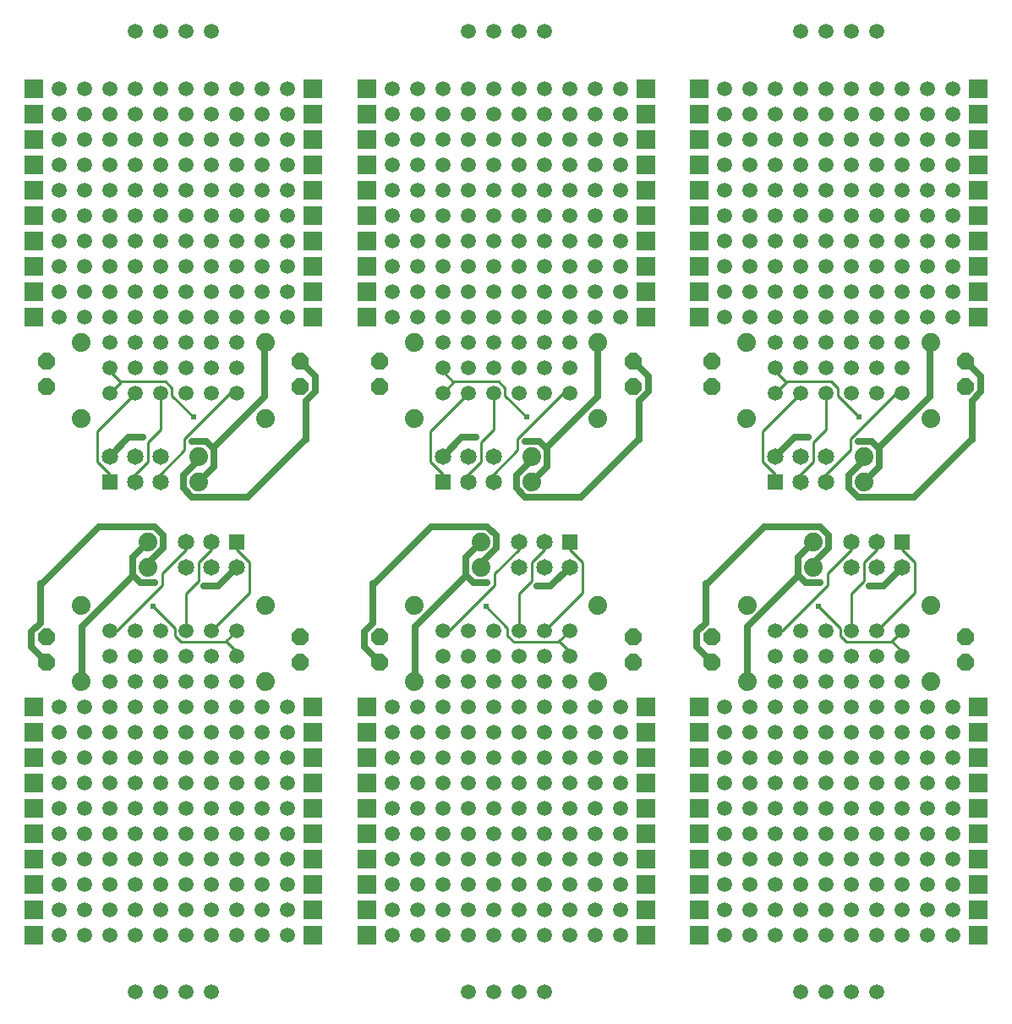
<source format=gbr>
G04 EAGLE Gerber RS-274X export*
G75*
%MOMM*%
%FSLAX34Y34*%
%LPD*%
%AMOC8*
5,1,8,0,0,1.08239X$1,22.5*%
G01*
%ADD10C,1.879600*%
%ADD11R,1.930400X1.930400*%
%ADD12R,1.650000X1.650000*%
%ADD13C,1.650000*%
%ADD14P,1.814519X8X112.500000*%
%ADD15C,1.508000*%
%ADD16P,1.814519X8X292.500000*%
%ADD17C,0.254000*%
%ADD18C,0.609600*%
%ADD19C,0.635000*%


D10*
X591975Y593600D03*
X591975Y669800D03*
X407825Y593600D03*
X407825Y669800D03*
D11*
X360200Y695200D03*
X360200Y720600D03*
X360200Y746000D03*
X360200Y771400D03*
X360200Y796800D03*
X360200Y822200D03*
X360200Y847600D03*
X360200Y873000D03*
X360200Y898400D03*
X360200Y923800D03*
X639600Y695200D03*
X639600Y720600D03*
X639600Y746000D03*
X639600Y771400D03*
X639600Y796800D03*
X639600Y822200D03*
X639600Y847600D03*
X639600Y873000D03*
X639600Y898400D03*
X639600Y923800D03*
D12*
X436400Y530100D03*
D13*
X461800Y530100D03*
X487200Y530100D03*
X436400Y555500D03*
X461800Y555500D03*
X487200Y555500D03*
D14*
X626900Y625350D03*
X626900Y650750D03*
X372900Y625350D03*
X372900Y650750D03*
D15*
X614200Y771400D03*
X614200Y796800D03*
X614200Y822200D03*
X614200Y847600D03*
X614200Y873000D03*
X614200Y898400D03*
X614200Y923800D03*
X588800Y847600D03*
X588800Y771400D03*
X588800Y873000D03*
X588800Y796800D03*
X588800Y898400D03*
X588800Y822200D03*
X588800Y923800D03*
X563400Y771400D03*
X538000Y771400D03*
X563400Y898400D03*
X563400Y796800D03*
X538000Y796800D03*
X563400Y923800D03*
X563400Y822200D03*
X538000Y822200D03*
X538000Y898400D03*
X563400Y847600D03*
X538000Y847600D03*
X538000Y923800D03*
X563400Y873000D03*
X538000Y873000D03*
X512600Y771400D03*
X487200Y771400D03*
X461800Y771400D03*
X436400Y771400D03*
X512600Y796800D03*
X487200Y796800D03*
X461800Y796800D03*
X436400Y796800D03*
X512600Y822200D03*
X487200Y822200D03*
X461800Y822200D03*
X436400Y822200D03*
X512600Y847600D03*
X487200Y847600D03*
X461800Y847600D03*
X436400Y847600D03*
X512600Y873000D03*
X487200Y873000D03*
X461800Y873000D03*
X436400Y873000D03*
X512600Y898400D03*
X487200Y898400D03*
X461800Y898400D03*
X436400Y898400D03*
X512600Y923800D03*
X487200Y923800D03*
X461800Y923800D03*
X436400Y923800D03*
X411000Y771400D03*
X385600Y771400D03*
X411000Y898400D03*
X411000Y796800D03*
X385600Y796800D03*
X411000Y923800D03*
X411000Y822200D03*
X385600Y822200D03*
X385600Y898400D03*
X411000Y847600D03*
X385600Y847600D03*
X385600Y923800D03*
X411000Y873000D03*
X385600Y873000D03*
X538000Y980950D03*
X461800Y980950D03*
X487200Y980950D03*
X512600Y980950D03*
X436400Y619000D03*
X436400Y644400D03*
X436400Y669800D03*
X461800Y619000D03*
X461800Y644400D03*
X461800Y669800D03*
X487200Y619000D03*
X487200Y669800D03*
X487200Y644400D03*
X512600Y619000D03*
X512600Y669800D03*
X512600Y644400D03*
X538000Y644400D03*
X538000Y619000D03*
X538000Y669800D03*
X563400Y644400D03*
X563400Y619000D03*
X563400Y669800D03*
X614200Y746000D03*
X614200Y720600D03*
X614200Y695200D03*
X436400Y695200D03*
X588800Y746000D03*
X588800Y720600D03*
X588800Y695200D03*
X411000Y695200D03*
X563400Y746000D03*
X563400Y720600D03*
X563400Y695200D03*
X385600Y695200D03*
X538000Y746000D03*
X538000Y720600D03*
X538000Y695200D03*
X411000Y720600D03*
X512600Y746000D03*
X512600Y720600D03*
X512600Y695200D03*
X385600Y720600D03*
X487200Y746000D03*
X487200Y720600D03*
X487200Y695200D03*
X411000Y746000D03*
X461800Y746000D03*
X461800Y720600D03*
X461800Y695200D03*
X385600Y746000D03*
X436400Y746000D03*
X436400Y720600D03*
D10*
X525300Y555500D03*
X525300Y530100D03*
X407925Y406400D03*
X407925Y330200D03*
X592075Y406400D03*
X592075Y330200D03*
D11*
X639700Y304800D03*
X639700Y279400D03*
X639700Y254000D03*
X639700Y228600D03*
X639700Y203200D03*
X639700Y177800D03*
X639700Y152400D03*
X639700Y127000D03*
X639700Y101600D03*
X639700Y76200D03*
X360300Y304800D03*
X360300Y279400D03*
X360300Y254000D03*
X360300Y228600D03*
X360300Y203200D03*
X360300Y177800D03*
X360300Y152400D03*
X360300Y127000D03*
X360300Y101600D03*
X360300Y76200D03*
D12*
X563500Y469900D03*
D13*
X538100Y469900D03*
X512700Y469900D03*
X563500Y444500D03*
X538100Y444500D03*
X512700Y444500D03*
D16*
X373000Y374650D03*
X373000Y349250D03*
X627000Y374650D03*
X627000Y349250D03*
D15*
X385700Y228600D03*
X385700Y203200D03*
X385700Y177800D03*
X385700Y152400D03*
X385700Y127000D03*
X385700Y101600D03*
X385700Y76200D03*
X411100Y152400D03*
X411100Y228600D03*
X411100Y127000D03*
X411100Y203200D03*
X411100Y101600D03*
X411100Y177800D03*
X411100Y76200D03*
X436500Y228600D03*
X461900Y228600D03*
X436500Y101600D03*
X436500Y203200D03*
X461900Y203200D03*
X436500Y76200D03*
X436500Y177800D03*
X461900Y177800D03*
X461900Y101600D03*
X436500Y152400D03*
X461900Y152400D03*
X461900Y76200D03*
X436500Y127000D03*
X461900Y127000D03*
X487300Y228600D03*
X512700Y228600D03*
X538100Y228600D03*
X563500Y228600D03*
X487300Y203200D03*
X512700Y203200D03*
X538100Y203200D03*
X563500Y203200D03*
X487300Y177800D03*
X512700Y177800D03*
X538100Y177800D03*
X563500Y177800D03*
X487300Y152400D03*
X512700Y152400D03*
X538100Y152400D03*
X563500Y152400D03*
X487300Y127000D03*
X512700Y127000D03*
X538100Y127000D03*
X563500Y127000D03*
X487300Y101600D03*
X512700Y101600D03*
X538100Y101600D03*
X563500Y101600D03*
X487300Y76200D03*
X512700Y76200D03*
X538100Y76200D03*
X563500Y76200D03*
X588900Y228600D03*
X614300Y228600D03*
X588900Y101600D03*
X588900Y203200D03*
X614300Y203200D03*
X588900Y76200D03*
X588900Y177800D03*
X614300Y177800D03*
X614300Y101600D03*
X588900Y152400D03*
X614300Y152400D03*
X614300Y76200D03*
X588900Y127000D03*
X614300Y127000D03*
X461900Y19050D03*
X538100Y19050D03*
X512700Y19050D03*
X487300Y19050D03*
X563500Y381000D03*
X563500Y355600D03*
X563500Y330200D03*
X538100Y381000D03*
X538100Y355600D03*
X538100Y330200D03*
X512700Y381000D03*
X512700Y330200D03*
X512700Y355600D03*
X487300Y381000D03*
X487300Y330200D03*
X487300Y355600D03*
X461900Y355600D03*
X461900Y381000D03*
X461900Y330200D03*
X436500Y355600D03*
X436500Y381000D03*
X436500Y330200D03*
X385700Y254000D03*
X385700Y279400D03*
X385700Y304800D03*
X563500Y304800D03*
X411100Y254000D03*
X411100Y279400D03*
X411100Y304800D03*
X588900Y304800D03*
X436500Y254000D03*
X436500Y279400D03*
X436500Y304800D03*
X614300Y304800D03*
X461900Y254000D03*
X461900Y279400D03*
X461900Y304800D03*
X588900Y279400D03*
X487300Y254000D03*
X487300Y279400D03*
X487300Y304800D03*
X614300Y279400D03*
X512700Y254000D03*
X512700Y279400D03*
X512700Y304800D03*
X588900Y254000D03*
X538100Y254000D03*
X538100Y279400D03*
X538100Y304800D03*
X614300Y254000D03*
X563500Y254000D03*
X563500Y279400D03*
D10*
X474600Y444500D03*
X474600Y469900D03*
X741225Y406400D03*
X741225Y330200D03*
X925375Y406400D03*
X925375Y330200D03*
D11*
X973000Y304800D03*
X973000Y279400D03*
X973000Y254000D03*
X973000Y228600D03*
X973000Y203200D03*
X973000Y177800D03*
X973000Y152400D03*
X973000Y127000D03*
X973000Y101600D03*
X973000Y76200D03*
X693600Y304800D03*
X693600Y279400D03*
X693600Y254000D03*
X693600Y228600D03*
X693600Y203200D03*
X693600Y177800D03*
X693600Y152400D03*
X693600Y127000D03*
X693600Y101600D03*
X693600Y76200D03*
D12*
X896800Y469900D03*
D13*
X871400Y469900D03*
X846000Y469900D03*
X896800Y444500D03*
X871400Y444500D03*
X846000Y444500D03*
D16*
X706300Y374650D03*
X706300Y349250D03*
X960300Y374650D03*
X960300Y349250D03*
D15*
X719000Y228600D03*
X719000Y203200D03*
X719000Y177800D03*
X719000Y152400D03*
X719000Y127000D03*
X719000Y101600D03*
X719000Y76200D03*
X744400Y152400D03*
X744400Y228600D03*
X744400Y127000D03*
X744400Y203200D03*
X744400Y101600D03*
X744400Y177800D03*
X744400Y76200D03*
X769800Y228600D03*
X795200Y228600D03*
X769800Y101600D03*
X769800Y203200D03*
X795200Y203200D03*
X769800Y76200D03*
X769800Y177800D03*
X795200Y177800D03*
X795200Y101600D03*
X769800Y152400D03*
X795200Y152400D03*
X795200Y76200D03*
X769800Y127000D03*
X795200Y127000D03*
X820600Y228600D03*
X846000Y228600D03*
X871400Y228600D03*
X896800Y228600D03*
X820600Y203200D03*
X846000Y203200D03*
X871400Y203200D03*
X896800Y203200D03*
X820600Y177800D03*
X846000Y177800D03*
X871400Y177800D03*
X896800Y177800D03*
X820600Y152400D03*
X846000Y152400D03*
X871400Y152400D03*
X896800Y152400D03*
X820600Y127000D03*
X846000Y127000D03*
X871400Y127000D03*
X896800Y127000D03*
X820600Y101600D03*
X846000Y101600D03*
X871400Y101600D03*
X896800Y101600D03*
X820600Y76200D03*
X846000Y76200D03*
X871400Y76200D03*
X896800Y76200D03*
X922200Y228600D03*
X947600Y228600D03*
X922200Y101600D03*
X922200Y203200D03*
X947600Y203200D03*
X922200Y76200D03*
X922200Y177800D03*
X947600Y177800D03*
X947600Y101600D03*
X922200Y152400D03*
X947600Y152400D03*
X947600Y76200D03*
X922200Y127000D03*
X947600Y127000D03*
X795200Y19050D03*
X871400Y19050D03*
X846000Y19050D03*
X820600Y19050D03*
X896800Y381000D03*
X896800Y355600D03*
X896800Y330200D03*
X871400Y381000D03*
X871400Y355600D03*
X871400Y330200D03*
X846000Y381000D03*
X846000Y330200D03*
X846000Y355600D03*
X820600Y381000D03*
X820600Y330200D03*
X820600Y355600D03*
X795200Y355600D03*
X795200Y381000D03*
X795200Y330200D03*
X769800Y355600D03*
X769800Y381000D03*
X769800Y330200D03*
X719000Y254000D03*
X719000Y279400D03*
X719000Y304800D03*
X896800Y304800D03*
X744400Y254000D03*
X744400Y279400D03*
X744400Y304800D03*
X922200Y304800D03*
X769800Y254000D03*
X769800Y279400D03*
X769800Y304800D03*
X947600Y304800D03*
X795200Y254000D03*
X795200Y279400D03*
X795200Y304800D03*
X922200Y279400D03*
X820600Y254000D03*
X820600Y279400D03*
X820600Y304800D03*
X947600Y279400D03*
X846000Y254000D03*
X846000Y279400D03*
X846000Y304800D03*
X922200Y254000D03*
X871400Y254000D03*
X871400Y279400D03*
X871400Y304800D03*
X947600Y254000D03*
X896800Y254000D03*
X896800Y279400D03*
D10*
X807900Y444500D03*
X807900Y469900D03*
X258675Y593600D03*
X258675Y669800D03*
X74525Y593600D03*
X74525Y669800D03*
D11*
X26900Y695200D03*
X26900Y720600D03*
X26900Y746000D03*
X26900Y771400D03*
X26900Y796800D03*
X26900Y822200D03*
X26900Y847600D03*
X26900Y873000D03*
X26900Y898400D03*
X26900Y923800D03*
X306300Y695200D03*
X306300Y720600D03*
X306300Y746000D03*
X306300Y771400D03*
X306300Y796800D03*
X306300Y822200D03*
X306300Y847600D03*
X306300Y873000D03*
X306300Y898400D03*
X306300Y923800D03*
D12*
X103100Y530100D03*
D13*
X128500Y530100D03*
X153900Y530100D03*
X103100Y555500D03*
X128500Y555500D03*
X153900Y555500D03*
D14*
X293600Y625350D03*
X293600Y650750D03*
X39600Y625350D03*
X39600Y650750D03*
D15*
X280900Y771400D03*
X280900Y796800D03*
X280900Y822200D03*
X280900Y847600D03*
X280900Y873000D03*
X280900Y898400D03*
X280900Y923800D03*
X255500Y847600D03*
X255500Y771400D03*
X255500Y873000D03*
X255500Y796800D03*
X255500Y898400D03*
X255500Y822200D03*
X255500Y923800D03*
X230100Y771400D03*
X204700Y771400D03*
X230100Y898400D03*
X230100Y796800D03*
X204700Y796800D03*
X230100Y923800D03*
X230100Y822200D03*
X204700Y822200D03*
X204700Y898400D03*
X230100Y847600D03*
X204700Y847600D03*
X204700Y923800D03*
X230100Y873000D03*
X204700Y873000D03*
X179300Y771400D03*
X153900Y771400D03*
X128500Y771400D03*
X103100Y771400D03*
X179300Y796800D03*
X153900Y796800D03*
X128500Y796800D03*
X103100Y796800D03*
X179300Y822200D03*
X153900Y822200D03*
X128500Y822200D03*
X103100Y822200D03*
X179300Y847600D03*
X153900Y847600D03*
X128500Y847600D03*
X103100Y847600D03*
X179300Y873000D03*
X153900Y873000D03*
X128500Y873000D03*
X103100Y873000D03*
X179300Y898400D03*
X153900Y898400D03*
X128500Y898400D03*
X103100Y898400D03*
X179300Y923800D03*
X153900Y923800D03*
X128500Y923800D03*
X103100Y923800D03*
X77700Y771400D03*
X52300Y771400D03*
X77700Y898400D03*
X77700Y796800D03*
X52300Y796800D03*
X77700Y923800D03*
X77700Y822200D03*
X52300Y822200D03*
X52300Y898400D03*
X77700Y847600D03*
X52300Y847600D03*
X52300Y923800D03*
X77700Y873000D03*
X52300Y873000D03*
X204700Y980950D03*
X128500Y980950D03*
X153900Y980950D03*
X179300Y980950D03*
X103100Y619000D03*
X103100Y644400D03*
X103100Y669800D03*
X128500Y619000D03*
X128500Y644400D03*
X128500Y669800D03*
X153900Y619000D03*
X153900Y669800D03*
X153900Y644400D03*
X179300Y619000D03*
X179300Y669800D03*
X179300Y644400D03*
X204700Y644400D03*
X204700Y619000D03*
X204700Y669800D03*
X230100Y644400D03*
X230100Y619000D03*
X230100Y669800D03*
X280900Y746000D03*
X280900Y720600D03*
X280900Y695200D03*
X103100Y695200D03*
X255500Y746000D03*
X255500Y720600D03*
X255500Y695200D03*
X77700Y695200D03*
X230100Y746000D03*
X230100Y720600D03*
X230100Y695200D03*
X52300Y695200D03*
X204700Y746000D03*
X204700Y720600D03*
X204700Y695200D03*
X77700Y720600D03*
X179300Y746000D03*
X179300Y720600D03*
X179300Y695200D03*
X52300Y720600D03*
X153900Y746000D03*
X153900Y720600D03*
X153900Y695200D03*
X77700Y746000D03*
X128500Y746000D03*
X128500Y720600D03*
X128500Y695200D03*
X52300Y746000D03*
X103100Y746000D03*
X103100Y720600D03*
D10*
X192000Y555500D03*
X192000Y530100D03*
X925275Y593600D03*
X925275Y669800D03*
X741125Y593600D03*
X741125Y669800D03*
D11*
X693500Y695200D03*
X693500Y720600D03*
X693500Y746000D03*
X693500Y771400D03*
X693500Y796800D03*
X693500Y822200D03*
X693500Y847600D03*
X693500Y873000D03*
X693500Y898400D03*
X693500Y923800D03*
X972900Y695200D03*
X972900Y720600D03*
X972900Y746000D03*
X972900Y771400D03*
X972900Y796800D03*
X972900Y822200D03*
X972900Y847600D03*
X972900Y873000D03*
X972900Y898400D03*
X972900Y923800D03*
D12*
X769700Y530100D03*
D13*
X795100Y530100D03*
X820500Y530100D03*
X769700Y555500D03*
X795100Y555500D03*
X820500Y555500D03*
D14*
X960200Y625350D03*
X960200Y650750D03*
X706200Y625350D03*
X706200Y650750D03*
D15*
X947500Y771400D03*
X947500Y796800D03*
X947500Y822200D03*
X947500Y847600D03*
X947500Y873000D03*
X947500Y898400D03*
X947500Y923800D03*
X922100Y847600D03*
X922100Y771400D03*
X922100Y873000D03*
X922100Y796800D03*
X922100Y898400D03*
X922100Y822200D03*
X922100Y923800D03*
X896700Y771400D03*
X871300Y771400D03*
X896700Y898400D03*
X896700Y796800D03*
X871300Y796800D03*
X896700Y923800D03*
X896700Y822200D03*
X871300Y822200D03*
X871300Y898400D03*
X896700Y847600D03*
X871300Y847600D03*
X871300Y923800D03*
X896700Y873000D03*
X871300Y873000D03*
X845900Y771400D03*
X820500Y771400D03*
X795100Y771400D03*
X769700Y771400D03*
X845900Y796800D03*
X820500Y796800D03*
X795100Y796800D03*
X769700Y796800D03*
X845900Y822200D03*
X820500Y822200D03*
X795100Y822200D03*
X769700Y822200D03*
X845900Y847600D03*
X820500Y847600D03*
X795100Y847600D03*
X769700Y847600D03*
X845900Y873000D03*
X820500Y873000D03*
X795100Y873000D03*
X769700Y873000D03*
X845900Y898400D03*
X820500Y898400D03*
X795100Y898400D03*
X769700Y898400D03*
X845900Y923800D03*
X820500Y923800D03*
X795100Y923800D03*
X769700Y923800D03*
X744300Y771400D03*
X718900Y771400D03*
X744300Y898400D03*
X744300Y796800D03*
X718900Y796800D03*
X744300Y923800D03*
X744300Y822200D03*
X718900Y822200D03*
X718900Y898400D03*
X744300Y847600D03*
X718900Y847600D03*
X718900Y923800D03*
X744300Y873000D03*
X718900Y873000D03*
X871300Y980950D03*
X795100Y980950D03*
X820500Y980950D03*
X845900Y980950D03*
X769700Y619000D03*
X769700Y644400D03*
X769700Y669800D03*
X795100Y619000D03*
X795100Y644400D03*
X795100Y669800D03*
X820500Y619000D03*
X820500Y669800D03*
X820500Y644400D03*
X845900Y619000D03*
X845900Y669800D03*
X845900Y644400D03*
X871300Y644400D03*
X871300Y619000D03*
X871300Y669800D03*
X896700Y644400D03*
X896700Y619000D03*
X896700Y669800D03*
X947500Y746000D03*
X947500Y720600D03*
X947500Y695200D03*
X769700Y695200D03*
X922100Y746000D03*
X922100Y720600D03*
X922100Y695200D03*
X744300Y695200D03*
X896700Y746000D03*
X896700Y720600D03*
X896700Y695200D03*
X718900Y695200D03*
X871300Y746000D03*
X871300Y720600D03*
X871300Y695200D03*
X744300Y720600D03*
X845900Y746000D03*
X845900Y720600D03*
X845900Y695200D03*
X718900Y720600D03*
X820500Y746000D03*
X820500Y720600D03*
X820500Y695200D03*
X744300Y746000D03*
X795100Y746000D03*
X795100Y720600D03*
X795100Y695200D03*
X718900Y746000D03*
X769700Y746000D03*
X769700Y720600D03*
D10*
X858600Y555500D03*
X858600Y530100D03*
X74625Y406400D03*
X74625Y330200D03*
X258775Y406400D03*
X258775Y330200D03*
D11*
X306400Y304800D03*
X306400Y279400D03*
X306400Y254000D03*
X306400Y228600D03*
X306400Y203200D03*
X306400Y177800D03*
X306400Y152400D03*
X306400Y127000D03*
X306400Y101600D03*
X306400Y76200D03*
X27000Y304800D03*
X27000Y279400D03*
X27000Y254000D03*
X27000Y228600D03*
X27000Y203200D03*
X27000Y177800D03*
X27000Y152400D03*
X27000Y127000D03*
X27000Y101600D03*
X27000Y76200D03*
D12*
X230200Y469900D03*
D13*
X204800Y469900D03*
X179400Y469900D03*
X230200Y444500D03*
X204800Y444500D03*
X179400Y444500D03*
D16*
X39700Y374650D03*
X39700Y349250D03*
X293700Y374650D03*
X293700Y349250D03*
D15*
X52400Y228600D03*
X52400Y203200D03*
X52400Y177800D03*
X52400Y152400D03*
X52400Y127000D03*
X52400Y101600D03*
X52400Y76200D03*
X77800Y152400D03*
X77800Y228600D03*
X77800Y127000D03*
X77800Y203200D03*
X77800Y101600D03*
X77800Y177800D03*
X77800Y76200D03*
X103200Y228600D03*
X128600Y228600D03*
X103200Y101600D03*
X103200Y203200D03*
X128600Y203200D03*
X103200Y76200D03*
X103200Y177800D03*
X128600Y177800D03*
X128600Y101600D03*
X103200Y152400D03*
X128600Y152400D03*
X128600Y76200D03*
X103200Y127000D03*
X128600Y127000D03*
X154000Y228600D03*
X179400Y228600D03*
X204800Y228600D03*
X230200Y228600D03*
X154000Y203200D03*
X179400Y203200D03*
X204800Y203200D03*
X230200Y203200D03*
X154000Y177800D03*
X179400Y177800D03*
X204800Y177800D03*
X230200Y177800D03*
X154000Y152400D03*
X179400Y152400D03*
X204800Y152400D03*
X230200Y152400D03*
X154000Y127000D03*
X179400Y127000D03*
X204800Y127000D03*
X230200Y127000D03*
X154000Y101600D03*
X179400Y101600D03*
X204800Y101600D03*
X230200Y101600D03*
X154000Y76200D03*
X179400Y76200D03*
X204800Y76200D03*
X230200Y76200D03*
X255600Y228600D03*
X281000Y228600D03*
X255600Y101600D03*
X255600Y203200D03*
X281000Y203200D03*
X255600Y76200D03*
X255600Y177800D03*
X281000Y177800D03*
X281000Y101600D03*
X255600Y152400D03*
X281000Y152400D03*
X281000Y76200D03*
X255600Y127000D03*
X281000Y127000D03*
X128600Y19050D03*
X204800Y19050D03*
X179400Y19050D03*
X154000Y19050D03*
X230200Y381000D03*
X230200Y355600D03*
X230200Y330200D03*
X204800Y381000D03*
X204800Y355600D03*
X204800Y330200D03*
X179400Y381000D03*
X179400Y330200D03*
X179400Y355600D03*
X154000Y381000D03*
X154000Y330200D03*
X154000Y355600D03*
X128600Y355600D03*
X128600Y381000D03*
X128600Y330200D03*
X103200Y355600D03*
X103200Y381000D03*
X103200Y330200D03*
X52400Y254000D03*
X52400Y279400D03*
X52400Y304800D03*
X230200Y304800D03*
X77800Y254000D03*
X77800Y279400D03*
X77800Y304800D03*
X255600Y304800D03*
X103200Y254000D03*
X103200Y279400D03*
X103200Y304800D03*
X281000Y304800D03*
X128600Y254000D03*
X128600Y279400D03*
X128600Y304800D03*
X255600Y279400D03*
X154000Y254000D03*
X154000Y279400D03*
X154000Y304800D03*
X281000Y279400D03*
X179400Y254000D03*
X179400Y279400D03*
X179400Y304800D03*
X255600Y254000D03*
X204800Y254000D03*
X204800Y279400D03*
X204800Y304800D03*
X281000Y254000D03*
X230200Y254000D03*
X230200Y279400D03*
D10*
X141300Y444500D03*
X141300Y469900D03*
D17*
X498630Y616460D02*
X520220Y594870D01*
X498630Y616460D02*
X498630Y624080D01*
X492280Y630430D01*
X447830Y630430D01*
X447195Y629795D02*
X436400Y619000D01*
X447195Y629795D02*
X447830Y630430D01*
X436400Y640590D02*
X436400Y644400D01*
X436400Y640590D02*
X447195Y629795D01*
D18*
X520220Y594870D03*
D19*
X591340Y615190D02*
X591340Y669800D01*
X591340Y615190D02*
X540540Y564390D01*
X540540Y545340D01*
X525300Y530100D01*
X591340Y669800D02*
X591975Y669800D01*
X532920Y570740D02*
X538000Y565660D01*
X532920Y570740D02*
X518950Y570740D01*
X469420Y574550D02*
X455450Y574550D01*
X436400Y555500D01*
X538000Y565660D02*
X540540Y564390D01*
D18*
X518950Y570740D03*
X469420Y574550D03*
D19*
X633250Y572010D02*
X633250Y611380D01*
X642140Y620270D01*
X642140Y635510D01*
X626900Y650750D01*
X525300Y555500D02*
X525300Y551690D01*
X510060Y536450D01*
X510060Y523750D01*
X518950Y514860D01*
X574830Y514860D01*
X630710Y570740D01*
X633250Y572010D01*
D18*
X633250Y572010D03*
D17*
X461800Y537720D02*
X461800Y530100D01*
X461800Y537720D02*
X474500Y550420D01*
X474500Y569470D01*
X487200Y582170D01*
X487200Y619000D01*
X487200Y537720D02*
X487200Y530100D01*
X487200Y537720D02*
X511330Y561850D01*
X511330Y573280D01*
X557050Y619000D01*
X563400Y619000D01*
X436400Y537720D02*
X436400Y530100D01*
X436400Y537720D02*
X423700Y550420D01*
X423700Y580900D01*
X461800Y619000D01*
X479680Y405130D02*
X501270Y383540D01*
X501270Y375920D01*
X507620Y369570D01*
X552070Y369570D01*
X552705Y370205D02*
X563500Y381000D01*
X552705Y370205D02*
X552070Y369570D01*
X563500Y359410D02*
X563500Y355600D01*
X563500Y359410D02*
X552705Y370205D01*
D18*
X479680Y405130D03*
D19*
X408560Y384810D02*
X408560Y330200D01*
X408560Y384810D02*
X459360Y435610D01*
X459360Y454660D01*
X474600Y469900D01*
X408560Y330200D02*
X407925Y330200D01*
X466980Y429260D02*
X461900Y434340D01*
X466980Y429260D02*
X480950Y429260D01*
X530480Y425450D02*
X544450Y425450D01*
X563500Y444500D01*
X461900Y434340D02*
X459360Y435610D01*
D18*
X480950Y429260D03*
X530480Y425450D03*
D19*
X366650Y427990D02*
X366650Y388620D01*
X357760Y379730D01*
X357760Y364490D01*
X373000Y349250D01*
X474600Y444500D02*
X474600Y448310D01*
X489840Y463550D01*
X489840Y476250D01*
X480950Y485140D01*
X425070Y485140D01*
X369190Y429260D01*
X366650Y427990D01*
D18*
X366650Y427990D03*
D17*
X538100Y462280D02*
X538100Y469900D01*
X538100Y462280D02*
X525400Y449580D01*
X525400Y430530D01*
X512700Y417830D01*
X512700Y381000D01*
X512700Y462280D02*
X512700Y469900D01*
X512700Y462280D02*
X488570Y438150D01*
X488570Y426720D01*
X442850Y381000D01*
X436500Y381000D01*
X563500Y462280D02*
X563500Y469900D01*
X563500Y462280D02*
X576200Y449580D01*
X576200Y419100D01*
X538100Y381000D01*
X812980Y405130D02*
X834570Y383540D01*
X834570Y375920D01*
X840920Y369570D01*
X885370Y369570D01*
X886005Y370205D02*
X896800Y381000D01*
X886005Y370205D02*
X885370Y369570D01*
X896800Y359410D02*
X896800Y355600D01*
X896800Y359410D02*
X886005Y370205D01*
D18*
X812980Y405130D03*
D19*
X741860Y384810D02*
X741860Y330200D01*
X741860Y384810D02*
X792660Y435610D01*
X792660Y454660D01*
X807900Y469900D01*
X741860Y330200D02*
X741225Y330200D01*
X800280Y429260D02*
X795200Y434340D01*
X800280Y429260D02*
X814250Y429260D01*
X863780Y425450D02*
X877750Y425450D01*
X896800Y444500D01*
X795200Y434340D02*
X792660Y435610D01*
D18*
X814250Y429260D03*
X863780Y425450D03*
D19*
X699950Y427990D02*
X699950Y388620D01*
X691060Y379730D01*
X691060Y364490D01*
X706300Y349250D01*
X807900Y444500D02*
X807900Y448310D01*
X823140Y463550D01*
X823140Y476250D01*
X814250Y485140D01*
X758370Y485140D01*
X702490Y429260D01*
X699950Y427990D01*
D18*
X699950Y427990D03*
D17*
X871400Y462280D02*
X871400Y469900D01*
X871400Y462280D02*
X858700Y449580D01*
X858700Y430530D01*
X846000Y417830D01*
X846000Y381000D01*
X846000Y462280D02*
X846000Y469900D01*
X846000Y462280D02*
X821870Y438150D01*
X821870Y426720D01*
X776150Y381000D01*
X769800Y381000D01*
X896800Y462280D02*
X896800Y469900D01*
X896800Y462280D02*
X909500Y449580D01*
X909500Y419100D01*
X871400Y381000D01*
X186920Y594870D02*
X165330Y616460D01*
X165330Y624080D01*
X158980Y630430D01*
X114530Y630430D01*
X113895Y629795D02*
X103100Y619000D01*
X113895Y629795D02*
X114530Y630430D01*
X103100Y640590D02*
X103100Y644400D01*
X103100Y640590D02*
X113895Y629795D01*
D18*
X186920Y594870D03*
D19*
X258040Y615190D02*
X258040Y669800D01*
X258040Y615190D02*
X207240Y564390D01*
X207240Y545340D01*
X192000Y530100D01*
X258040Y669800D02*
X258675Y669800D01*
X199620Y570740D02*
X204700Y565660D01*
X199620Y570740D02*
X185650Y570740D01*
X136120Y574550D02*
X122150Y574550D01*
X103100Y555500D01*
X204700Y565660D02*
X207240Y564390D01*
D18*
X185650Y570740D03*
X136120Y574550D03*
D19*
X299950Y572010D02*
X299950Y611380D01*
X308840Y620270D01*
X308840Y635510D01*
X293600Y650750D01*
X192000Y555500D02*
X192000Y551690D01*
X176760Y536450D01*
X176760Y523750D01*
X185650Y514860D01*
X241530Y514860D01*
X297410Y570740D01*
X299950Y572010D01*
D18*
X299950Y572010D03*
D17*
X128500Y537720D02*
X128500Y530100D01*
X128500Y537720D02*
X141200Y550420D01*
X141200Y569470D01*
X153900Y582170D01*
X153900Y619000D01*
X153900Y537720D02*
X153900Y530100D01*
X153900Y537720D02*
X178030Y561850D01*
X178030Y573280D01*
X223750Y619000D01*
X230100Y619000D01*
X103100Y537720D02*
X103100Y530100D01*
X103100Y537720D02*
X90400Y550420D01*
X90400Y580900D01*
X128500Y619000D01*
X831930Y616460D02*
X853520Y594870D01*
X831930Y616460D02*
X831930Y624080D01*
X825580Y630430D01*
X781130Y630430D01*
X780495Y629795D02*
X769700Y619000D01*
X780495Y629795D02*
X781130Y630430D01*
X769700Y640590D02*
X769700Y644400D01*
X769700Y640590D02*
X780495Y629795D01*
D18*
X853520Y594870D03*
D19*
X924640Y615190D02*
X924640Y669800D01*
X924640Y615190D02*
X873840Y564390D01*
X873840Y545340D01*
X858600Y530100D01*
X924640Y669800D02*
X925275Y669800D01*
X866220Y570740D02*
X871300Y565660D01*
X866220Y570740D02*
X852250Y570740D01*
X802720Y574550D02*
X788750Y574550D01*
X769700Y555500D01*
X871300Y565660D02*
X873840Y564390D01*
D18*
X852250Y570740D03*
X802720Y574550D03*
D19*
X966550Y572010D02*
X966550Y611380D01*
X975440Y620270D01*
X975440Y635510D01*
X960200Y650750D01*
X858600Y555500D02*
X858600Y551690D01*
X843360Y536450D01*
X843360Y523750D01*
X852250Y514860D01*
X908130Y514860D01*
X964010Y570740D01*
X966550Y572010D01*
D18*
X966550Y572010D03*
D17*
X795100Y537720D02*
X795100Y530100D01*
X795100Y537720D02*
X807800Y550420D01*
X807800Y569470D01*
X820500Y582170D01*
X820500Y619000D01*
X820500Y537720D02*
X820500Y530100D01*
X820500Y537720D02*
X844630Y561850D01*
X844630Y573280D01*
X890350Y619000D01*
X896700Y619000D01*
X769700Y537720D02*
X769700Y530100D01*
X769700Y537720D02*
X757000Y550420D01*
X757000Y580900D01*
X795100Y619000D01*
X167970Y383540D02*
X146380Y405130D01*
X167970Y383540D02*
X167970Y375920D01*
X174320Y369570D01*
X218770Y369570D01*
X219405Y370205D02*
X230200Y381000D01*
X219405Y370205D02*
X218770Y369570D01*
X230200Y359410D02*
X230200Y355600D01*
X230200Y359410D02*
X219405Y370205D01*
D18*
X146380Y405130D03*
D19*
X75260Y384810D02*
X75260Y330200D01*
X75260Y384810D02*
X126060Y435610D01*
X126060Y454660D01*
X141300Y469900D01*
X75260Y330200D02*
X74625Y330200D01*
X133680Y429260D02*
X128600Y434340D01*
X133680Y429260D02*
X147650Y429260D01*
X197180Y425450D02*
X211150Y425450D01*
X230200Y444500D01*
X128600Y434340D02*
X126060Y435610D01*
D18*
X147650Y429260D03*
X197180Y425450D03*
D19*
X33350Y427990D02*
X33350Y388620D01*
X24460Y379730D01*
X24460Y364490D01*
X39700Y349250D01*
X141300Y444500D02*
X141300Y448310D01*
X156540Y463550D01*
X156540Y476250D01*
X147650Y485140D01*
X91770Y485140D01*
X35890Y429260D01*
X33350Y427990D01*
D18*
X33350Y427990D03*
D17*
X204800Y462280D02*
X204800Y469900D01*
X204800Y462280D02*
X192100Y449580D01*
X192100Y430530D01*
X179400Y417830D01*
X179400Y381000D01*
X179400Y462280D02*
X179400Y469900D01*
X179400Y462280D02*
X155270Y438150D01*
X155270Y426720D01*
X109550Y381000D01*
X103200Y381000D01*
X230200Y462280D02*
X230200Y469900D01*
X230200Y462280D02*
X242900Y449580D01*
X242900Y419100D01*
X204800Y381000D01*
M02*

</source>
